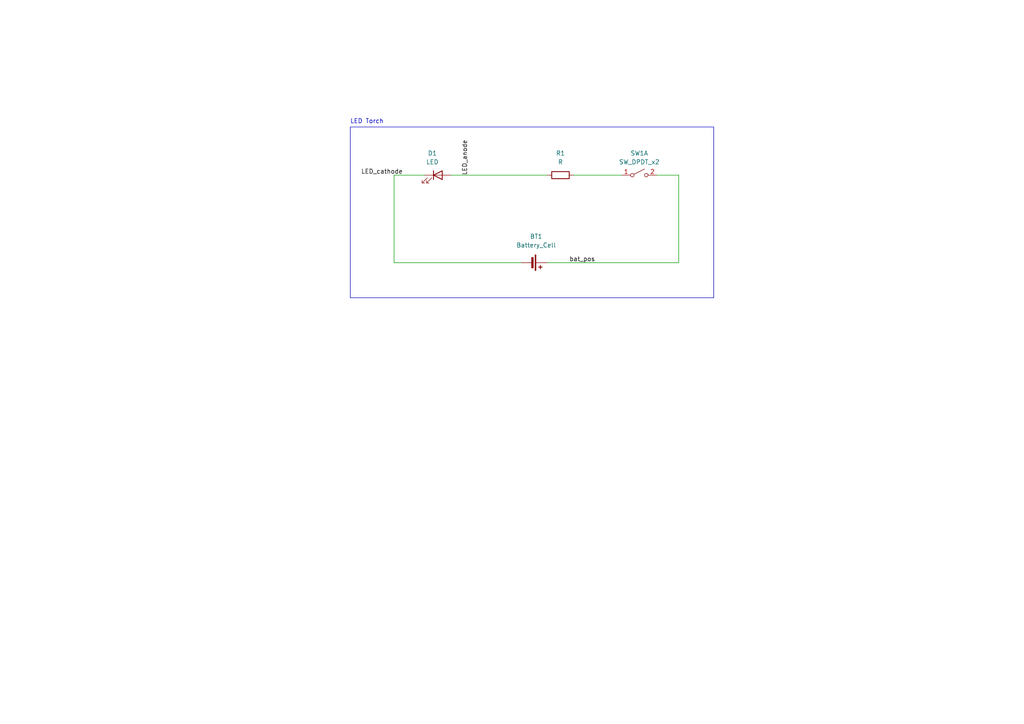
<source format=kicad_sch>
(kicad_sch
	(version 20250114)
	(generator "eeschema")
	(generator_version "9.0")
	(uuid "4b111363-b34f-4851-934f-430be89ba438")
	(paper "A4")
	(title_block
		(title "Project 1 LED Torch")
		(date "2025-08-23")
		(rev "1")
	)
	(lib_symbols
		(symbol "Device:Battery_Cell"
			(pin_numbers
				(hide yes)
			)
			(pin_names
				(offset 0)
				(hide yes)
			)
			(exclude_from_sim no)
			(in_bom yes)
			(on_board yes)
			(property "Reference" "BT"
				(at 2.54 2.54 0)
				(effects
					(font
						(size 1.27 1.27)
					)
					(justify left)
				)
			)
			(property "Value" "Battery_Cell"
				(at 2.54 0 0)
				(effects
					(font
						(size 1.27 1.27)
					)
					(justify left)
				)
			)
			(property "Footprint" ""
				(at 0 1.524 90)
				(effects
					(font
						(size 1.27 1.27)
					)
					(hide yes)
				)
			)
			(property "Datasheet" "~"
				(at 0 1.524 90)
				(effects
					(font
						(size 1.27 1.27)
					)
					(hide yes)
				)
			)
			(property "Description" "Single-cell battery"
				(at 0 0 0)
				(effects
					(font
						(size 1.27 1.27)
					)
					(hide yes)
				)
			)
			(property "ki_keywords" "battery cell"
				(at 0 0 0)
				(effects
					(font
						(size 1.27 1.27)
					)
					(hide yes)
				)
			)
			(symbol "Battery_Cell_0_1"
				(rectangle
					(start -2.286 1.778)
					(end 2.286 1.524)
					(stroke
						(width 0)
						(type default)
					)
					(fill
						(type outline)
					)
				)
				(rectangle
					(start -1.524 1.016)
					(end 1.524 0.508)
					(stroke
						(width 0)
						(type default)
					)
					(fill
						(type outline)
					)
				)
				(polyline
					(pts
						(xy 0 1.778) (xy 0 2.54)
					)
					(stroke
						(width 0)
						(type default)
					)
					(fill
						(type none)
					)
				)
				(polyline
					(pts
						(xy 0 0.762) (xy 0 0)
					)
					(stroke
						(width 0)
						(type default)
					)
					(fill
						(type none)
					)
				)
				(polyline
					(pts
						(xy 0.762 3.048) (xy 1.778 3.048)
					)
					(stroke
						(width 0.254)
						(type default)
					)
					(fill
						(type none)
					)
				)
				(polyline
					(pts
						(xy 1.27 3.556) (xy 1.27 2.54)
					)
					(stroke
						(width 0.254)
						(type default)
					)
					(fill
						(type none)
					)
				)
			)
			(symbol "Battery_Cell_1_1"
				(pin passive line
					(at 0 5.08 270)
					(length 2.54)
					(name "+"
						(effects
							(font
								(size 1.27 1.27)
							)
						)
					)
					(number "1"
						(effects
							(font
								(size 1.27 1.27)
							)
						)
					)
				)
				(pin passive line
					(at 0 -2.54 90)
					(length 2.54)
					(name "-"
						(effects
							(font
								(size 1.27 1.27)
							)
						)
					)
					(number "2"
						(effects
							(font
								(size 1.27 1.27)
							)
						)
					)
				)
			)
			(embedded_fonts no)
		)
		(symbol "Device:LED"
			(pin_numbers
				(hide yes)
			)
			(pin_names
				(offset 1.016)
				(hide yes)
			)
			(exclude_from_sim no)
			(in_bom yes)
			(on_board yes)
			(property "Reference" "D"
				(at 0 2.54 0)
				(effects
					(font
						(size 1.27 1.27)
					)
				)
			)
			(property "Value" "LED"
				(at 0 -2.54 0)
				(effects
					(font
						(size 1.27 1.27)
					)
				)
			)
			(property "Footprint" ""
				(at 0 0 0)
				(effects
					(font
						(size 1.27 1.27)
					)
					(hide yes)
				)
			)
			(property "Datasheet" "~"
				(at 0 0 0)
				(effects
					(font
						(size 1.27 1.27)
					)
					(hide yes)
				)
			)
			(property "Description" "Light emitting diode"
				(at 0 0 0)
				(effects
					(font
						(size 1.27 1.27)
					)
					(hide yes)
				)
			)
			(property "Sim.Pins" "1=K 2=A"
				(at 0 0 0)
				(effects
					(font
						(size 1.27 1.27)
					)
					(hide yes)
				)
			)
			(property "ki_keywords" "LED diode"
				(at 0 0 0)
				(effects
					(font
						(size 1.27 1.27)
					)
					(hide yes)
				)
			)
			(property "ki_fp_filters" "LED* LED_SMD:* LED_THT:*"
				(at 0 0 0)
				(effects
					(font
						(size 1.27 1.27)
					)
					(hide yes)
				)
			)
			(symbol "LED_0_1"
				(polyline
					(pts
						(xy -3.048 -0.762) (xy -4.572 -2.286) (xy -3.81 -2.286) (xy -4.572 -2.286) (xy -4.572 -1.524)
					)
					(stroke
						(width 0)
						(type default)
					)
					(fill
						(type none)
					)
				)
				(polyline
					(pts
						(xy -1.778 -0.762) (xy -3.302 -2.286) (xy -2.54 -2.286) (xy -3.302 -2.286) (xy -3.302 -1.524)
					)
					(stroke
						(width 0)
						(type default)
					)
					(fill
						(type none)
					)
				)
				(polyline
					(pts
						(xy -1.27 0) (xy 1.27 0)
					)
					(stroke
						(width 0)
						(type default)
					)
					(fill
						(type none)
					)
				)
				(polyline
					(pts
						(xy -1.27 -1.27) (xy -1.27 1.27)
					)
					(stroke
						(width 0.254)
						(type default)
					)
					(fill
						(type none)
					)
				)
				(polyline
					(pts
						(xy 1.27 -1.27) (xy 1.27 1.27) (xy -1.27 0) (xy 1.27 -1.27)
					)
					(stroke
						(width 0.254)
						(type default)
					)
					(fill
						(type none)
					)
				)
			)
			(symbol "LED_1_1"
				(pin passive line
					(at -3.81 0 0)
					(length 2.54)
					(name "K"
						(effects
							(font
								(size 1.27 1.27)
							)
						)
					)
					(number "1"
						(effects
							(font
								(size 1.27 1.27)
							)
						)
					)
				)
				(pin passive line
					(at 3.81 0 180)
					(length 2.54)
					(name "A"
						(effects
							(font
								(size 1.27 1.27)
							)
						)
					)
					(number "2"
						(effects
							(font
								(size 1.27 1.27)
							)
						)
					)
				)
			)
			(embedded_fonts no)
		)
		(symbol "Device:R"
			(pin_numbers
				(hide yes)
			)
			(pin_names
				(offset 0)
			)
			(exclude_from_sim no)
			(in_bom yes)
			(on_board yes)
			(property "Reference" "R"
				(at 2.032 0 90)
				(effects
					(font
						(size 1.27 1.27)
					)
				)
			)
			(property "Value" "R"
				(at 0 0 90)
				(effects
					(font
						(size 1.27 1.27)
					)
				)
			)
			(property "Footprint" ""
				(at -1.778 0 90)
				(effects
					(font
						(size 1.27 1.27)
					)
					(hide yes)
				)
			)
			(property "Datasheet" "~"
				(at 0 0 0)
				(effects
					(font
						(size 1.27 1.27)
					)
					(hide yes)
				)
			)
			(property "Description" "Resistor"
				(at 0 0 0)
				(effects
					(font
						(size 1.27 1.27)
					)
					(hide yes)
				)
			)
			(property "ki_keywords" "R res resistor"
				(at 0 0 0)
				(effects
					(font
						(size 1.27 1.27)
					)
					(hide yes)
				)
			)
			(property "ki_fp_filters" "R_*"
				(at 0 0 0)
				(effects
					(font
						(size 1.27 1.27)
					)
					(hide yes)
				)
			)
			(symbol "R_0_1"
				(rectangle
					(start -1.016 -2.54)
					(end 1.016 2.54)
					(stroke
						(width 0.254)
						(type default)
					)
					(fill
						(type none)
					)
				)
			)
			(symbol "R_1_1"
				(pin passive line
					(at 0 3.81 270)
					(length 1.27)
					(name "~"
						(effects
							(font
								(size 1.27 1.27)
							)
						)
					)
					(number "1"
						(effects
							(font
								(size 1.27 1.27)
							)
						)
					)
				)
				(pin passive line
					(at 0 -3.81 90)
					(length 1.27)
					(name "~"
						(effects
							(font
								(size 1.27 1.27)
							)
						)
					)
					(number "2"
						(effects
							(font
								(size 1.27 1.27)
							)
						)
					)
				)
			)
			(embedded_fonts no)
		)
		(symbol "Switch:SW_DPST_x2"
			(pin_names
				(offset 0)
				(hide yes)
			)
			(exclude_from_sim no)
			(in_bom yes)
			(on_board yes)
			(property "Reference" "SW"
				(at 0 3.175 0)
				(effects
					(font
						(size 1.27 1.27)
					)
				)
			)
			(property "Value" "SW_DPST_x2"
				(at 0 -2.54 0)
				(effects
					(font
						(size 1.27 1.27)
					)
				)
			)
			(property "Footprint" ""
				(at 0 0 0)
				(effects
					(font
						(size 1.27 1.27)
					)
					(hide yes)
				)
			)
			(property "Datasheet" "~"
				(at 0 0 0)
				(effects
					(font
						(size 1.27 1.27)
					)
					(hide yes)
				)
			)
			(property "Description" "Single Pole Single Throw (SPST) switch, separate symbol"
				(at 0 0 0)
				(effects
					(font
						(size 1.27 1.27)
					)
					(hide yes)
				)
			)
			(property "ki_keywords" "switch lever"
				(at 0 0 0)
				(effects
					(font
						(size 1.27 1.27)
					)
					(hide yes)
				)
			)
			(symbol "SW_DPST_x2_0_0"
				(circle
					(center -2.032 0)
					(radius 0.508)
					(stroke
						(width 0)
						(type default)
					)
					(fill
						(type none)
					)
				)
				(polyline
					(pts
						(xy -1.524 0.254) (xy 1.524 1.778)
					)
					(stroke
						(width 0)
						(type default)
					)
					(fill
						(type none)
					)
				)
				(circle
					(center 2.032 0)
					(radius 0.508)
					(stroke
						(width 0)
						(type default)
					)
					(fill
						(type none)
					)
				)
			)
			(symbol "SW_DPST_x2_1_1"
				(pin passive line
					(at -5.08 0 0)
					(length 2.54)
					(name "A"
						(effects
							(font
								(size 1.27 1.27)
							)
						)
					)
					(number "1"
						(effects
							(font
								(size 1.27 1.27)
							)
						)
					)
				)
				(pin passive line
					(at 5.08 0 180)
					(length 2.54)
					(name "B"
						(effects
							(font
								(size 1.27 1.27)
							)
						)
					)
					(number "2"
						(effects
							(font
								(size 1.27 1.27)
							)
						)
					)
				)
			)
			(symbol "SW_DPST_x2_2_1"
				(pin passive line
					(at -5.08 0 0)
					(length 2.54)
					(name "A"
						(effects
							(font
								(size 1.27 1.27)
							)
						)
					)
					(number "3"
						(effects
							(font
								(size 1.27 1.27)
							)
						)
					)
				)
				(pin passive line
					(at 5.08 0 180)
					(length 2.54)
					(name "B"
						(effects
							(font
								(size 1.27 1.27)
							)
						)
					)
					(number "4"
						(effects
							(font
								(size 1.27 1.27)
							)
						)
					)
				)
			)
			(embedded_fonts no)
		)
	)
	(rectangle
		(start 101.6 36.83)
		(end 207.01 86.36)
		(stroke
			(width 0)
			(type default)
		)
		(fill
			(type none)
		)
		(uuid d6a41b4e-f279-4976-bd43-90014d4d114d)
	)
	(text "LED Torch"
		(exclude_from_sim no)
		(at 106.426 35.306 0)
		(effects
			(font
				(size 1.27 1.27)
			)
		)
		(uuid "6c2da508-47ce-4ec1-9400-da653ca5711f")
	)
	(wire
		(pts
			(xy 130.81 50.8) (xy 158.75 50.8)
		)
		(stroke
			(width 0)
			(type default)
		)
		(uuid "0e7772fa-5f5f-4577-b434-51c6d114c5b8")
	)
	(wire
		(pts
			(xy 190.5 50.8) (xy 196.85 50.8)
		)
		(stroke
			(width 0)
			(type default)
		)
		(uuid "31a34dd7-f632-4200-af8a-4f13f482787d")
	)
	(wire
		(pts
			(xy 123.19 50.8) (xy 114.3 50.8)
		)
		(stroke
			(width 0)
			(type default)
		)
		(uuid "511f40b5-a892-4c34-a027-15a1b6657d08")
	)
	(wire
		(pts
			(xy 158.75 76.2) (xy 196.85 76.2)
		)
		(stroke
			(width 0)
			(type default)
		)
		(uuid "60be4680-5e11-4f4d-84e4-4921f8c8031c")
	)
	(wire
		(pts
			(xy 114.3 76.2) (xy 151.13 76.2)
		)
		(stroke
			(width 0)
			(type default)
		)
		(uuid "6dbf916a-4624-46e3-82ae-96d615e745d9")
	)
	(wire
		(pts
			(xy 114.3 50.8) (xy 114.3 76.2)
		)
		(stroke
			(width 0)
			(type default)
		)
		(uuid "71ccd920-ebdd-4533-b2a7-65a3f20de88e")
	)
	(wire
		(pts
			(xy 166.37 50.8) (xy 180.34 50.8)
		)
		(stroke
			(width 0)
			(type default)
		)
		(uuid "9e2d9872-f044-4b49-adfb-7ccaa6c41a4d")
	)
	(wire
		(pts
			(xy 196.85 76.2) (xy 196.85 50.8)
		)
		(stroke
			(width 0)
			(type default)
		)
		(uuid "ee313454-fc10-42d0-8e74-7f03ef153c32")
	)
	(label "bat_pos"
		(at 165.1 76.2 0)
		(effects
			(font
				(size 1.27 1.27)
			)
			(justify left bottom)
		)
		(uuid "51d9b1f3-040e-417c-9a96-b35776f5327b")
	)
	(label "LED_cathode"
		(at 116.84 50.8 180)
		(effects
			(font
				(size 1.27 1.27)
			)
			(justify right bottom)
		)
		(uuid "884d5648-a62e-4129-b52f-875f3fa80e38")
	)
	(label "LED_anode"
		(at 135.89 50.8 90)
		(effects
			(font
				(size 1.27 1.27)
			)
			(justify left bottom)
		)
		(uuid "eabf181b-4434-422e-a82b-f6e38bdebbbc")
	)
	(symbol
		(lib_id "Device:Battery_Cell")
		(at 153.67 76.2 270)
		(unit 1)
		(exclude_from_sim no)
		(in_bom yes)
		(on_board yes)
		(dnp no)
		(fields_autoplaced yes)
		(uuid "52eaed4f-81d6-4117-b01c-4e253782e0b7")
		(property "Reference" "BT1"
			(at 155.5115 68.58 90)
			(effects
				(font
					(size 1.27 1.27)
				)
			)
		)
		(property "Value" "Battery_Cell"
			(at 155.5115 71.12 90)
			(effects
				(font
					(size 1.27 1.27)
				)
			)
		)
		(property "Footprint" "Battery:BatteryHolder_Keystone_1058_1x2032"
			(at 155.194 76.2 90)
			(effects
				(font
					(size 1.27 1.27)
				)
				(hide yes)
			)
		)
		(property "Datasheet" "~"
			(at 155.194 76.2 90)
			(effects
				(font
					(size 1.27 1.27)
				)
				(hide yes)
			)
		)
		(property "Description" "Single-cell battery"
			(at 153.67 76.2 0)
			(effects
				(font
					(size 1.27 1.27)
				)
				(hide yes)
			)
		)
		(pin "2"
			(uuid "943cf6d3-714c-4722-b67e-ea07f81b3c1e")
		)
		(pin "1"
			(uuid "f780ac5d-74c0-4b31-81eb-18d84dc87bf3")
		)
		(instances
			(project ""
				(path "/4b111363-b34f-4851-934f-430be89ba438"
					(reference "BT1")
					(unit 1)
				)
			)
		)
	)
	(symbol
		(lib_id "Switch:SW_DPST_x2")
		(at 185.42 50.8 0)
		(unit 1)
		(exclude_from_sim no)
		(in_bom yes)
		(on_board yes)
		(dnp no)
		(fields_autoplaced yes)
		(uuid "694d2825-07e6-4b15-a1c5-d7e366503984")
		(property "Reference" "SW1"
			(at 185.42 44.45 0)
			(effects
				(font
					(size 1.27 1.27)
				)
			)
		)
		(property "Value" "SW_DPDT_x2"
			(at 185.42 46.99 0)
			(effects
				(font
					(size 1.27 1.27)
				)
			)
		)
		(property "Footprint" "Button_Switch_THT:SW_TH_Tactile_Omron_B3F-10xx"
			(at 185.42 50.8 0)
			(effects
				(font
					(size 1.27 1.27)
				)
				(hide yes)
			)
		)
		(property "Datasheet" "~"
			(at 185.42 50.8 0)
			(effects
				(font
					(size 1.27 1.27)
				)
				(hide yes)
			)
		)
		(property "Description" "Single Pole Single Throw (SPST) switch, separate symbol"
			(at 185.42 50.8 0)
			(effects
				(font
					(size 1.27 1.27)
				)
				(hide yes)
			)
		)
		(pin "2"
			(uuid "ab4ddc29-b6f0-4081-9224-0ba70074ecc9")
		)
		(pin "4"
			(uuid "37e6e2b1-43e2-4da7-aa79-5a4bc28ea7b5")
		)
		(pin "1"
			(uuid "9d23b5fd-c0f1-43fc-aeda-7d257cb4cb2e")
		)
		(pin "3"
			(uuid "5e3b94aa-b1f6-4d39-8825-146e30c990a3")
		)
		(instances
			(project ""
				(path "/4b111363-b34f-4851-934f-430be89ba438"
					(reference "SW1")
					(unit 1)
				)
			)
		)
	)
	(symbol
		(lib_id "Device:R")
		(at 162.56 50.8 90)
		(unit 1)
		(exclude_from_sim no)
		(in_bom yes)
		(on_board yes)
		(dnp no)
		(fields_autoplaced yes)
		(uuid "8831ab9b-1467-41c8-9ee6-6f23871436e4")
		(property "Reference" "R1"
			(at 162.56 44.45 90)
			(effects
				(font
					(size 1.27 1.27)
				)
			)
		)
		(property "Value" "R"
			(at 162.56 46.99 90)
			(effects
				(font
					(size 1.27 1.27)
				)
			)
		)
		(property "Footprint" "Resistor_THT:R_Axial_DIN0204_L3.6mm_D1.6mm_P7.62mm_Horizontal"
			(at 162.56 52.578 90)
			(effects
				(font
					(size 1.27 1.27)
				)
				(hide yes)
			)
		)
		(property "Datasheet" "~"
			(at 162.56 50.8 0)
			(effects
				(font
					(size 1.27 1.27)
				)
				(hide yes)
			)
		)
		(property "Description" "Resistor"
			(at 162.56 50.8 0)
			(effects
				(font
					(size 1.27 1.27)
				)
				(hide yes)
			)
		)
		(pin "2"
			(uuid "5436466d-b696-43dc-9ea2-93eb0d45de8c")
		)
		(pin "1"
			(uuid "bf925972-816e-43f6-bc9e-8140a8c50797")
		)
		(instances
			(project ""
				(path "/4b111363-b34f-4851-934f-430be89ba438"
					(reference "R1")
					(unit 1)
				)
			)
		)
	)
	(symbol
		(lib_id "Device:LED")
		(at 127 50.8 0)
		(unit 1)
		(exclude_from_sim no)
		(in_bom yes)
		(on_board yes)
		(dnp no)
		(fields_autoplaced yes)
		(uuid "b69ffec5-28dd-42c3-b422-87a828fd1062")
		(property "Reference" "D1"
			(at 125.4125 44.45 0)
			(effects
				(font
					(size 1.27 1.27)
				)
			)
		)
		(property "Value" "LED"
			(at 125.4125 46.99 0)
			(effects
				(font
					(size 1.27 1.27)
				)
			)
		)
		(property "Footprint" "LED_THT:LED_D5.0mm"
			(at 127 50.8 0)
			(effects
				(font
					(size 1.27 1.27)
				)
				(hide yes)
			)
		)
		(property "Datasheet" "~"
			(at 127 50.8 0)
			(effects
				(font
					(size 1.27 1.27)
				)
				(hide yes)
			)
		)
		(property "Description" "Light emitting diode"
			(at 127 50.8 0)
			(effects
				(font
					(size 1.27 1.27)
				)
				(hide yes)
			)
		)
		(property "Sim.Pins" "1=K 2=A"
			(at 127 50.8 0)
			(effects
				(font
					(size 1.27 1.27)
				)
				(hide yes)
			)
		)
		(pin "1"
			(uuid "27b9a595-6625-47a8-be70-74fdbc2ce46b")
		)
		(pin "2"
			(uuid "d88721c7-3c55-4d9c-8aef-4638e69ef61b")
		)
		(instances
			(project ""
				(path "/4b111363-b34f-4851-934f-430be89ba438"
					(reference "D1")
					(unit 1)
				)
			)
		)
	)
	(sheet_instances
		(path "/"
			(page "1")
		)
	)
	(embedded_fonts no)
)

</source>
